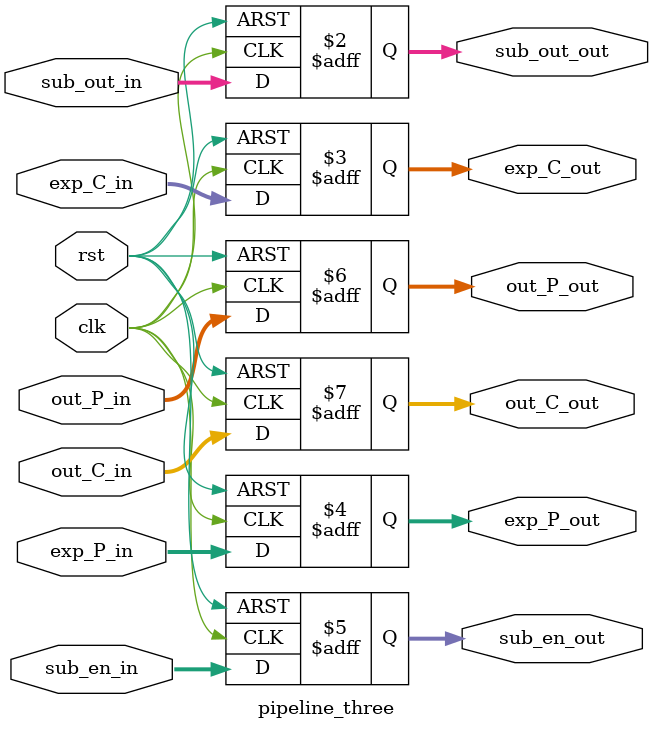
<source format=v>
module pipeline_three (clk, rst, sub_out_in, sub_en_in, out_P_in, out_C_in, exp_C_in, exp_P_in, sub_out_out, sub_en_out, out_P_out, out_C_out, exp_C_out, exp_P_out);
    
    input clk, rst;
    input [7:0] sub_out_in, exp_C_in, exp_P_in;
    input [1:0] sub_en_in;
    input [49:0] out_P_in, out_C_in;
    output reg [7:0] sub_out_out, exp_C_out, exp_P_out;
    output reg [1:0] sub_en_out;
    output reg [49:0] out_P_out, out_C_out;
    



    always @(posedge clk , posedge rst) begin
        if(rst) begin
            sub_out_out <= 8'b0;
            exp_C_out <= 8'b0;
            exp_P_out <= 8'b0;
            sub_en_out <= 2'b10;
            out_P_out <= 50'b0;
            out_C_out <= 50'b0;
        end
        else begin
            sub_out_out <= sub_out_in;
            exp_C_out <= exp_C_in;
            exp_P_out <= exp_P_in;
            sub_en_out <= sub_en_in;
            out_P_out <= out_P_in;
            out_C_out <= out_C_in;
        end
    end

endmodule
</source>
